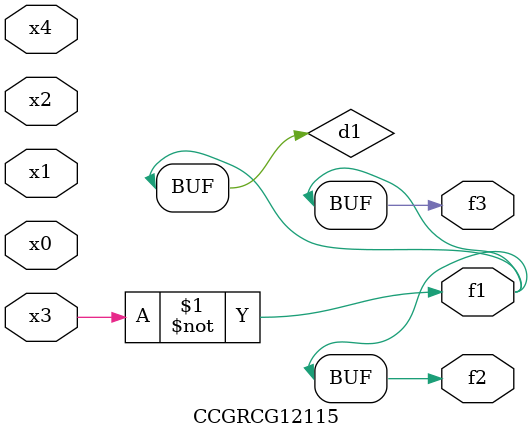
<source format=v>
module CCGRCG12115(
	input x0, x1, x2, x3, x4,
	output f1, f2, f3
);

	wire d1, d2;

	xnor (d1, x3);
	not (d2, x1);
	assign f1 = d1;
	assign f2 = d1;
	assign f3 = d1;
endmodule

</source>
